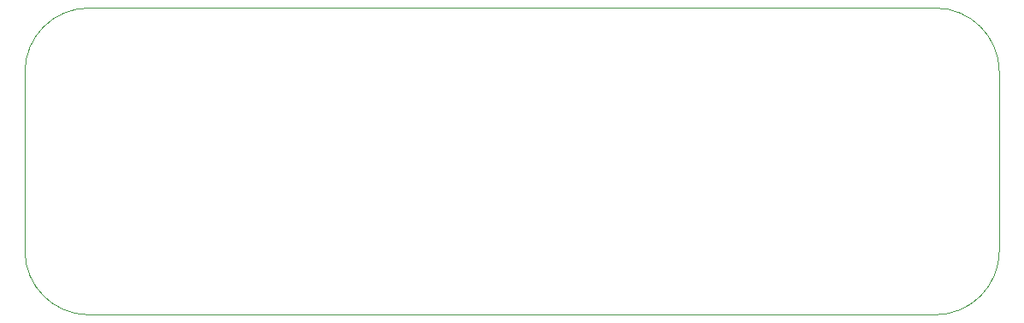
<source format=gm1>
%TF.GenerationSoftware,KiCad,Pcbnew,(6.0.9)*%
%TF.CreationDate,2025-06-07T15:03:12-04:00*%
%TF.ProjectId,DebugBoard,44656275-6742-46f6-9172-642e6b696361,1*%
%TF.SameCoordinates,Original*%
%TF.FileFunction,Profile,NP*%
%FSLAX46Y46*%
G04 Gerber Fmt 4.6, Leading zero omitted, Abs format (unit mm)*
G04 Created by KiCad (PCBNEW (6.0.9)) date 2025-06-07 15:03:12*
%MOMM*%
%LPD*%
G01*
G04 APERTURE LIST*
%TA.AperFunction,Profile*%
%ADD10C,0.100000*%
%TD*%
G04 APERTURE END LIST*
D10*
X190500000Y-105410000D02*
X106680000Y-105410000D01*
X106680000Y-74930000D02*
G75*
G03*
X100330000Y-81280000I0J-6350000D01*
G01*
X100330000Y-99060000D02*
G75*
G03*
X106680000Y-105410000I6350000J0D01*
G01*
X106680000Y-74930000D02*
X190500000Y-74930000D01*
X190500000Y-105410000D02*
G75*
G03*
X196850000Y-99060000I0J6350000D01*
G01*
X196850000Y-81280000D02*
G75*
G03*
X190500000Y-74930000I-6350000J0D01*
G01*
X100330000Y-99060000D02*
X100330000Y-81280000D01*
X196850000Y-81280000D02*
X196850000Y-99060000D01*
M02*

</source>
